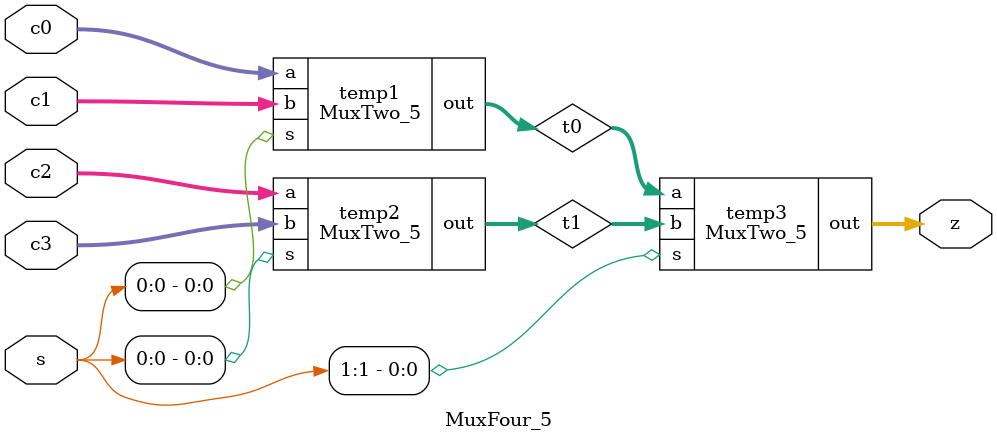
<source format=v>

module MuxTwo_5(a,b,s,out);
  input [4:0]a,b;
  input s;
  output [4:0]out;
  wire [4:0]s5,ns5,sela,selb;
  genvar i;
  generate
    for(i=0;i<5;i=i+1)
    begin
    assign s5[i]=s;
  end
  endgenerate
  assign ns5=~s5;
  assign sela=ns5&a;
  assign selb=s5&b;
  assign out=sela|selb;
endmodule

module MuxFour_5(c0,c1,c2,c3,s,z);
    input [1:0]s;
    input [4:0]c0,c1,c2,c3;
    output [4:0]z;
    wire [4:0]t0,t1;
    MuxTwo_5 temp1(c0,c1,s[0],t0);
    MuxTwo_5 temp2(c2,c3,s[0],t1);
    MuxTwo_5 temp3(t0,t1,s[1],z);
endmodule
</source>
